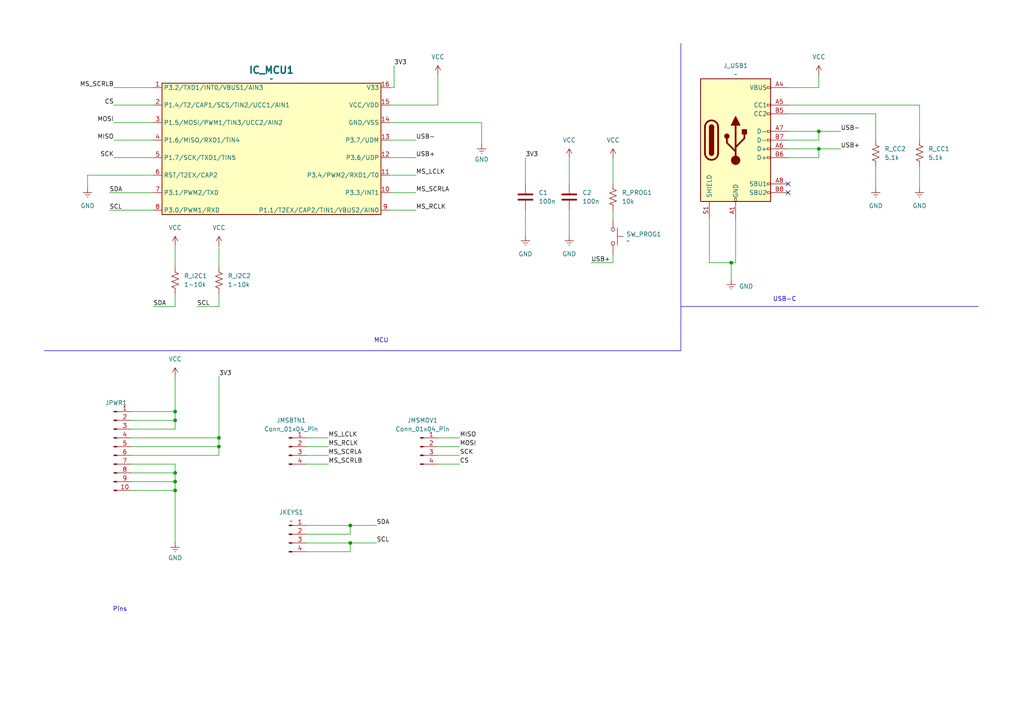
<source format=kicad_sch>
(kicad_sch (version 20231120) (generator "eeschema") (generator_version "8.0")
  (paper "A4")
  (title_block (title "Keyboard/Trackball Combo - Main Board") (date "2024-09-30") (rev "1") (company "Polymath Studio"))
  (lib_symbols
    (symbol "Connector:Conn_01x04_Pin" (pin_names (offset 1.016) hide)
      (property "Reference" "J" (at 0 5.08 0))
      (property "Value" "Conn_01x04_Pin" (at 0 -7.62 0))
      (symbol "Conn_01x04_Pin_1_1"
        (polyline (pts (xy 1.27 -5.08) (xy 0.8636 -5.08)) (stroke (width 0.1524)))
        (polyline (pts (xy 1.27 -2.54) (xy 0.8636 -2.54)) (stroke (width 0.1524)))
        (polyline (pts (xy 1.27 0) (xy 0.8636 0)) (stroke (width 0.1524)))
        (polyline (pts (xy 1.27 2.54) (xy 0.8636 2.54)) (stroke (width 0.1524)))
        (rectangle (start 0.8636 -4.953) (end 0 -5.207) (stroke (width 0.1524)) (fill (type outline)))
        (rectangle (start 0.8636 -2.413) (end 0 -2.667) (stroke (width 0.1524)) (fill (type outline)))
        (rectangle (start 0.8636 0.127) (end 0 -0.127) (stroke (width 0.1524)) (fill (type outline)))
        (rectangle (start 0.8636 2.667) (end 0 2.413) (stroke (width 0.1524)) (fill (type outline)))
        (pin passive line (at 5.08 2.54 180) (length 3.81) (name "Pin_1") (number "1"))
        (pin passive line (at 5.08 0 180) (length 3.81) (name "Pin_2") (number "2"))
        (pin passive line (at 5.08 -2.54 180) (length 3.81) (name "Pin_3") (number "3"))
        (pin passive line (at 5.08 -5.08 180) (length 3.81) (name "Pin_4") (number "4"))
      )
    )
    (symbol "Connector:Conn_01x10_Pin" (pin_names (offset 1.016) hide)
      (property "Reference" "J" (at 0 12.7 0))
      (property "Value" "Conn_01x10_Pin" (at 0 -15.24 0))
      (symbol "Conn_01x10_Pin_1_1"
        (polyline (pts (xy 1.27 -12.7) (xy 0.8636 -12.7)) (stroke (width 0.1524)))
        (polyline (pts (xy 1.27 -10.16) (xy 0.8636 -10.16)) (stroke (width 0.1524)))
        (polyline (pts (xy 1.27 -7.62) (xy 0.8636 -7.62)) (stroke (width 0.1524)))
        (polyline (pts (xy 1.27 -5.08) (xy 0.8636 -5.08)) (stroke (width 0.1524)))
        (polyline (pts (xy 1.27 -2.54) (xy 0.8636 -2.54)) (stroke (width 0.1524)))
        (polyline (pts (xy 1.27 0) (xy 0.8636 0)) (stroke (width 0.1524)))
        (polyline (pts (xy 1.27 2.54) (xy 0.8636 2.54)) (stroke (width 0.1524)))
        (polyline (pts (xy 1.27 5.08) (xy 0.8636 5.08)) (stroke (width 0.1524)))
        (polyline (pts (xy 1.27 7.62) (xy 0.8636 7.62)) (stroke (width 0.1524)))
        (polyline (pts (xy 1.27 10.16) (xy 0.8636 10.16)) (stroke (width 0.1524)))
        (rectangle (start 0.8636 -12.573) (end 0 -12.827) (stroke (width 0.1524)) (fill (type outline)))
        (rectangle (start 0.8636 -10.033) (end 0 -10.287) (stroke (width 0.1524)) (fill (type outline)))
        (rectangle (start 0.8636 -7.493) (end 0 -7.747) (stroke (width 0.1524)) (fill (type outline)))
        (rectangle (start 0.8636 -4.953) (end 0 -5.207) (stroke (width 0.1524)) (fill (type outline)))
        (rectangle (start 0.8636 -2.413) (end 0 -2.667) (stroke (width 0.1524)) (fill (type outline)))
        (rectangle (start 0.8636 0.127) (end 0 -0.127) (stroke (width 0.1524)) (fill (type outline)))
        (rectangle (start 0.8636 2.667) (end 0 2.413) (stroke (width 0.1524)) (fill (type outline)))
        (rectangle (start 0.8636 5.207) (end 0 4.953) (stroke (width 0.1524)) (fill (type outline)))
        (rectangle (start 0.8636 7.747) (end 0 7.493) (stroke (width 0.1524)) (fill (type outline)))
        (rectangle (start 0.8636 10.287) (end 0 10.033) (stroke (width 0.1524)) (fill (type outline)))
        (pin passive line (at 5.08 10.16 180) (length 3.81) (name "Pin_1") (number "1"))
        (pin passive line (at 5.08 -12.7 180) (length 3.81) (name "Pin_10") (number "10"))
        (pin passive line (at 5.08 7.62 180) (length 3.81) (name "Pin_2") (number "2"))
        (pin passive line (at 5.08 5.08 180) (length 3.81) (name "Pin_3") (number "3"))
        (pin passive line (at 5.08 2.54 180) (length 3.81) (name "Pin_4") (number "4"))
        (pin passive line (at 5.08 0 180) (length 3.81) (name "Pin_5") (number "5"))
        (pin passive line (at 5.08 -2.54 180) (length 3.81) (name "Pin_6") (number "6"))
        (pin passive line (at 5.08 -5.08 180) (length 3.81) (name "Pin_7") (number "7"))
        (pin passive line (at 5.08 -7.62 180) (length 3.81) (name "Pin_8") (number "8"))
        (pin passive line (at 5.08 -10.16 180) (length 3.81) (name "Pin_9") (number "9"))
      )
    )
    (symbol "Connector:USB_C_Receptacle_USB2.0_16P" (pin_names (offset 1.016))
      (property "Reference" "J" (at 0 22.225 0))
      (property "Value" "USB_C_Receptacle_USB2.0_16P" (at 0 19.685 0))
      (symbol "USB_C_Receptacle_USB2.0_16P_0_0"
        (rectangle (start -0.254 -17.78) (end 0.254 -16.764))
        (rectangle (start 10.16 -14.986) (end 9.144 -15.494))
        (rectangle (start 10.16 -12.446) (end 9.144 -12.954))
        (rectangle (start 10.16 -4.826) (end 9.144 -5.334))
        (rectangle (start 10.16 -2.286) (end 9.144 -2.794))
        (rectangle (start 10.16 0.254) (end 9.144 -0.254))
        (rectangle (start 10.16 2.794) (end 9.144 2.286))
        (rectangle (start 10.16 7.874) (end 9.144 7.366))
        (rectangle (start 10.16 10.414) (end 9.144 9.906))
        (rectangle (start 10.16 15.494) (end 9.144 14.986))
      )
      (symbol "USB_C_Receptacle_USB2.0_16P_0_1"
        (rectangle (start -10.16 17.78) (end 10.16 -17.78) (stroke (width 0.254)) (fill (type background)))
        (arc (start -8.89 -3.81) (mid -6.985 -5.7067) (end -5.08 -3.81) (stroke (width 0.508)))
        (arc (start -7.62 -3.81) (mid -6.985 -4.4423) (end -6.35 -3.81) (stroke (width 0.254)))
        (arc (start -7.62 -3.81) (mid -6.985 -4.4423) (end -6.35 -3.81) (stroke (width 0.254)) (fill (type outline)))
        (rectangle (start -7.62 -3.81) (end -6.35 3.81) (stroke (width 0.254)) (fill (type outline)))
        (arc (start -6.35 3.81) (mid -6.985 4.4423) (end -7.62 3.81) (stroke (width 0.254)))
        (arc (start -6.35 3.81) (mid -6.985 4.4423) (end -7.62 3.81) (stroke (width 0.254)) (fill (type outline)))
        (arc (start -5.08 3.81) (mid -6.985 5.7067) (end -8.89 3.81) (stroke (width 0.508)))
        (circle (center -2.54 1.143) (radius 0.635) (stroke (width 0.254)) (fill (type outline)))
        (circle (center 0 -5.842) (radius 1.27) (fill (type outline)))
        (polyline (pts (xy -8.89 -3.81) (xy -8.89 3.81)) (stroke (width 0.508)))
        (polyline (pts (xy -5.08 3.81) (xy -5.08 -3.81)) (stroke (width 0.508)))
        (polyline (pts (xy 0 -5.842) (xy 0 4.318)) (stroke (width 0.508)))
        (polyline (pts (xy 0 -3.302) (xy -2.54 -0.762) (xy -2.54 0.508)) (stroke (width 0.508)))
        (polyline (pts (xy 0 -2.032) (xy 2.54 0.508) (xy 2.54 1.778)) (stroke (width 0.508)))
        (polyline (pts (xy -1.27 4.318) (xy 0 6.858) (xy 1.27 4.318) (xy -1.27 4.318)) (stroke (width 0.254)) (fill (type outline)))
        (rectangle (start 1.905 1.778) (end 3.175 3.048) (stroke (width 0.254)) (fill (type outline)))
      )
      (symbol "USB_C_Receptacle_USB2.0_16P_1_1"
        (pin passive line (at 0 -22.86 90) (length 5.08) (name "GND") (number "A1"))
        (pin passive line (at 0 -22.86 90) (length 5.08) hide (name "GND") (number "A12"))
        (pin passive line (at 15.24 15.24 180) (length 5.08) (name "VBUS") (number "A4"))
        (pin bidirectional line (at 15.24 10.16 180) (length 5.08) (name "CC1") (number "A5"))
        (pin bidirectional line (at 15.24 -2.54 180) (length 5.08) (name "D+") (number "A6"))
        (pin bidirectional line (at 15.24 2.54 180) (length 5.08) (name "D-") (number "A7"))
        (pin bidirectional line (at 15.24 -12.7 180) (length 5.08) (name "SBU1") (number "A8"))
        (pin passive line (at 15.24 15.24 180) (length 5.08) hide (name "VBUS") (number "A9"))
        (pin passive line (at 0 -22.86 90) (length 5.08) hide (name "GND") (number "B1"))
        (pin passive line (at 0 -22.86 90) (length 5.08) hide (name "GND") (number "B12"))
        (pin passive line (at 15.24 15.24 180) (length 5.08) hide (name "VBUS") (number "B4"))
        (pin bidirectional line (at 15.24 7.62 180) (length 5.08) (name "CC2") (number "B5"))
        (pin bidirectional line (at 15.24 -5.08 180) (length 5.08) (name "D+") (number "B6"))
        (pin bidirectional line (at 15.24 0 180) (length 5.08) (name "D-") (number "B7"))
        (pin bidirectional line (at 15.24 -15.24 180) (length 5.08) (name "SBU2") (number "B8"))
        (pin passive line (at 15.24 15.24 180) (length 5.08) hide (name "VBUS") (number "B9"))
        (pin passive line (at -7.62 -22.86 90) (length 5.08) (name "SHIELD") (number "S1"))
      )
    )
    (symbol "Device:C" (pin_numbers hide) (pin_names (offset 0.254))
      (property "Reference" "C" (at 0.635 2.54 0))
      (property "Value" "C" (at 0.635 -2.54 0))
      (symbol "C_0_1"
        (polyline (pts (xy -2.032 -0.762) (xy 2.032 -0.762)) (stroke (width 0.508)))
        (polyline (pts (xy -2.032 0.762) (xy 2.032 0.762)) (stroke (width 0.508)))
      )
      (symbol "C_1_1"
        (pin passive line (at 0 3.81 270) (length 2.794) (name "~") (number "1"))
        (pin passive line (at 0 -3.81 90) (length 2.794) (name "~") (number "2"))
      )
    )
    (symbol "Device:R_US" (pin_numbers hide) (pin_names (offset 0))
      (property "Reference" "R" (at 2.54 0 90))
      (property "Value" "R_US" (at -2.54 0 90))
      (symbol "R_US_0_1"
        (polyline (pts (xy 0 -2.286) (xy 0 -2.54)))
        (polyline (pts (xy 0 2.286) (xy 0 2.54)))
        (polyline (pts (xy 0 -0.762) (xy 1.016 -1.143) (xy 0 -1.524) (xy -1.016 -1.905) (xy 0 -2.286)))
        (polyline (pts (xy 0 0.762) (xy 1.016 0.381) (xy 0 0) (xy -1.016 -0.381) (xy 0 -0.762)))
        (polyline (pts (xy 0 2.286) (xy 1.016 1.905) (xy 0 1.524) (xy -1.016 1.143) (xy 0 0.762)))
      )
      (symbol "R_US_1_1"
        (pin passive line (at 0 3.81 270) (length 1.27) (name "~") (number "1"))
        (pin passive line (at 0 -3.81 90) (length 1.27) (name "~") (number "2"))
      )
    )
    (symbol "Switch:SW_Push" (pin_numbers hide) (pin_names (offset 1.016) hide)
      (property "Reference" "SW" (at 1.27 2.54 0))
      (property "Value" "SW_Push" (at 0 -1.524 0))
      (symbol "SW_Push_0_1"
        (circle (center -2.032 0) (radius 0.508))
        (polyline (pts (xy 0 1.27) (xy 0 3.048)))
        (polyline (pts (xy 2.54 1.27) (xy -2.54 1.27)))
        (circle (center 2.032 0) (radius 0.508))
        (pin passive line (at -5.08 0 0) (length 2.54) (name "1") (number "1"))
        (pin passive line (at 5.08 0 180) (length 2.54) (name "2") (number "2"))
      )
    )
    (symbol "ch552g:CH552G"
      (property "Reference" "IC" (at 2.0066 -6.35 0))
      (property "Value" "CH552G" (at -3.81 13.97 0))
      (symbol "CH552G_0_1"
        (rectangle (start -31.75 12.7) (end 31.75 -25.4) (stroke (width 0.254)) (fill (type background)))
      )
      (symbol "CH552G_1_1"
        (pin bidirectional line (at -34.29 11.43 0) (length 2.54) (name "P3.2/TXD1/INT0/VBUS1/AIN3") (number "1"))
        (pin bidirectional line (at 34.29 -19.05 180) (length 2.54) (name "P3.3/INT1") (number "10"))
        (pin bidirectional line (at 34.29 -13.97 180) (length 2.54) (name "P3.4/PWM2/RXD1/T0") (number "11"))
        (pin bidirectional line (at 34.29 -8.89 180) (length 2.54) (name "P3.6/UDP") (number "12"))
        (pin bidirectional line (at 34.29 -3.81 180) (length 2.54) (name "P3.7/UDM") (number "13"))
        (pin power_in line (at 34.29 1.27 180) (length 2.54) (name "GND/VSS") (number "14"))
        (pin power_in line (at 34.29 6.35 180) (length 2.54) (name "VCC/VDD") (number "15"))
        (pin power_in line (at 34.29 11.43 180) (length 2.54) (name "V33") (number "16"))
        (pin bidirectional line (at -34.29 6.35 0) (length 2.54) (name "P1.4/T2/CAP1/SCS/TIN2/UCC1/AIN1") (number "2"))
        (pin bidirectional line (at -34.29 1.27 0) (length 2.54) (name "P1.5/MOSI/PWM1/TIN3/UCC2/AIN2") (number "3"))
        (pin bidirectional line (at -34.29 -3.81 0) (length 2.54) (name "P1.6/MISO/RXD1/TIN4") (number "4"))
        (pin bidirectional line (at -34.29 -8.89 0) (length 2.54) (name "P1.7/SCK/TXD1/TIN5") (number "5"))
        (pin bidirectional line (at -34.29 -13.97 0) (length 2.54) (name "RST/T2EX/CAP2") (number "6"))
        (pin bidirectional line (at -34.29 -19.05 0) (length 2.54) (name "P3.1/PWM2/TXD") (number "7"))
        (pin bidirectional line (at -34.29 -24.13 0) (length 2.54) (name "P3.0/PWM1/RXD") (number "8"))
        (pin bidirectional line (at 34.29 -24.13 180) (length 2.54) (name "P1.1/T2EX/CAP2/TIN1/VBUS2/AIN0") (number "9"))
      )
    )
    (symbol "power:Earth" (power) (pin_numbers hide) (pin_names (offset 0) hide)
      (property "Value" "Earth" (at 0 -3.81 0))
      (symbol "Earth_0_1"
        (polyline (pts (xy -0.635 -1.905) (xy 0.635 -1.905)))
        (polyline (pts (xy -0.127 -2.54) (xy 0.127 -2.54)))
        (polyline (pts (xy 0 -1.27) (xy 0 0)))
        (polyline (pts (xy 1.27 -1.27) (xy -1.27 -1.27)))
      )
      (symbol "Earth_1_1"
        (pin power_in line (at 0 0 270) (length 0) (name "~") (number "1"))
      )
    )
    (symbol "power:VCC" (power) (pin_numbers hide) (pin_names (offset 0) hide)
      (property "Value" "VCC" (at 0 3.556 0))
      (symbol "VCC_0_1"
        (polyline (pts (xy -0.762 1.27) (xy 0 2.54)))
        (polyline (pts (xy 0 0) (xy 0 2.54)))
        (polyline (pts (xy 0 2.54) (xy 0.762 1.27)))
      )
      (symbol "VCC_1_1"
        (pin power_in line (at 0 0 90) (length 0) (name "~") (number "1"))
      )
    )
  )
  (junction (at 50.8 119.38))
  (junction (at 237.49 38.1))
  (junction (at 50.8 139.7))
  (junction (at 237.49 43.18))
  (junction (at 50.8 137.16))
  (junction (at 212.09 76.2))
  (junction (at 101.6 157.48))
  (junction (at 63.5 127))
  (junction (at 101.6 152.4))
  (junction (at 50.8 142.24))
  (junction (at 50.8 121.92))
  (junction (at 63.5 129.54))
  (no_connect (at 228.6 55.88))
  (no_connect (at 228.6 53.34))
  (wire (pts (xy 38.1 137.16) (xy 50.8 137.16)))
  (wire (pts (xy 88.9 134.62) (xy 95.25 134.62)))
  (wire (pts (xy 63.5 71.12) (xy 63.5 77.47)))
  (wire (pts (xy 88.9 154.94) (xy 101.6 154.94)))
  (wire (pts (xy 266.7 30.48) (xy 266.7 40.64)))
  (wire (pts (xy 88.9 127) (xy 95.25 127)))
  (wire (pts (xy 113.03 40.64) (xy 120.65 40.64)))
  (wire (pts (xy 33.02 45.72) (xy 44.45 45.72)))
  (wire (pts (xy 50.8 137.16) (xy 50.8 139.7)))
  (wire (pts (xy 212.09 76.2) (xy 212.09 81.28)))
  (wire (pts (xy 228.6 30.48) (xy 266.7 30.48)))
  (wire (pts (xy 50.8 134.62) (xy 50.8 137.16)))
  (wire (pts (xy 114.3 19.05) (xy 114.3 25.4)))
  (polyline (pts (xy 12.827 101.727) (xy 197.485 101.727)))
  (wire (pts (xy 177.8 76.2) (xy 171.45 76.2)))
  (wire (pts (xy 33.02 40.64) (xy 44.45 40.64)))
  (wire (pts (xy 177.8 45.72) (xy 177.8 53.34)))
  (wire (pts (xy 38.1 132.08) (xy 63.5 132.08)))
  (polyline (pts (xy 197.485 88.9) (xy 283.845 88.9)))
  (wire (pts (xy 237.49 40.64) (xy 237.49 38.1)))
  (wire (pts (xy 63.5 127) (xy 63.5 129.54)))
  (wire (pts (xy 25.4 50.8) (xy 44.45 50.8)))
  (wire (pts (xy 38.1 142.24) (xy 50.8 142.24)))
  (wire (pts (xy 228.6 40.64) (xy 237.49 40.64)))
  (wire (pts (xy 38.1 127) (xy 63.5 127)))
  (wire (pts (xy 113.03 45.72) (xy 120.65 45.72)))
  (wire (pts (xy 50.8 88.9) (xy 50.8 85.09)))
  (wire (pts (xy 228.6 25.4) (xy 237.49 25.4)))
  (wire (pts (xy 127 30.48) (xy 127 21.59)))
  (wire (pts (xy 101.6 154.94) (xy 101.6 152.4)))
  (wire (pts (xy 113.03 30.48) (xy 127 30.48)))
  (wire (pts (xy 31.75 60.96) (xy 44.45 60.96)))
  (wire (pts (xy 127 132.08) (xy 133.35 132.08)))
  (wire (pts (xy 50.8 124.46) (xy 50.8 121.92)))
  (wire (pts (xy 254 54.61) (xy 254 48.26)))
  (wire (pts (xy 88.9 157.48) (xy 101.6 157.48)))
  (wire (pts (xy 114.3 25.4) (xy 113.03 25.4)))
  (wire (pts (xy 88.9 160.02) (xy 101.6 160.02)))
  (wire (pts (xy 139.7 35.56) (xy 139.7 41.91)))
  (wire (pts (xy 237.49 21.59) (xy 237.49 25.4)))
  (wire (pts (xy 50.8 139.7) (xy 50.8 142.24)))
  (wire (pts (xy 38.1 121.92) (xy 50.8 121.92)))
  (wire (pts (xy 228.6 33.02) (xy 254 33.02)))
  (wire (pts (xy 212.09 76.2) (xy 213.36 76.2)))
  (wire (pts (xy 88.9 132.08) (xy 95.25 132.08)))
  (wire (pts (xy 101.6 152.4) (xy 109.22 152.4)))
  (wire (pts (xy 38.1 124.46) (xy 50.8 124.46)))
  (wire (pts (xy 152.4 45.72) (xy 152.4 53.34)))
  (wire (pts (xy 38.1 129.54) (xy 63.5 129.54)))
  (wire (pts (xy 113.03 35.56) (xy 139.7 35.56)))
  (wire (pts (xy 113.03 60.96) (xy 120.65 60.96)))
  (wire (pts (xy 50.8 119.38) (xy 50.8 109.22)))
  (wire (pts (xy 63.5 109.22) (xy 63.5 127)))
  (wire (pts (xy 237.49 45.72) (xy 237.49 43.18)))
  (wire (pts (xy 88.9 129.54) (xy 95.25 129.54)))
  (wire (pts (xy 152.4 68.58) (xy 152.4 60.96)))
  (wire (pts (xy 38.1 139.7) (xy 50.8 139.7)))
  (wire (pts (xy 237.49 38.1) (xy 243.84 38.1)))
  (wire (pts (xy 205.74 76.2) (xy 212.09 76.2)))
  (wire (pts (xy 113.03 50.8) (xy 120.65 50.8)))
  (wire (pts (xy 38.1 119.38) (xy 50.8 119.38)))
  (wire (pts (xy 113.03 55.88) (xy 120.65 55.88)))
  (wire (pts (xy 127 134.62) (xy 133.35 134.62)))
  (wire (pts (xy 50.8 142.24) (xy 50.8 157.48)))
  (wire (pts (xy 33.02 25.4) (xy 44.45 25.4)))
  (wire (pts (xy 228.6 43.18) (xy 237.49 43.18)))
  (wire (pts (xy 88.9 152.4) (xy 101.6 152.4)))
  (wire (pts (xy 165.1 60.96) (xy 165.1 68.58)))
  (wire (pts (xy 165.1 45.72) (xy 165.1 53.34)))
  (wire (pts (xy 44.45 88.9) (xy 50.8 88.9)))
  (wire (pts (xy 57.15 88.9) (xy 63.5 88.9)))
  (wire (pts (xy 33.02 35.56) (xy 44.45 35.56)))
  (wire (pts (xy 63.5 85.09) (xy 63.5 88.9)))
  (wire (pts (xy 177.8 60.96) (xy 177.8 63.5)))
  (wire (pts (xy 101.6 157.48) (xy 109.22 157.48)))
  (wire (pts (xy 205.74 63.5) (xy 205.74 76.2)))
  (wire (pts (xy 63.5 132.08) (xy 63.5 129.54)))
  (wire (pts (xy 127 129.54) (xy 133.35 129.54)))
  (wire (pts (xy 50.8 71.12) (xy 50.8 77.47)))
  (wire (pts (xy 33.02 30.48) (xy 44.45 30.48)))
  (wire (pts (xy 213.36 63.5) (xy 213.36 76.2)))
  (wire (pts (xy 31.75 55.88) (xy 44.45 55.88)))
  (wire (pts (xy 177.8 73.66) (xy 177.8 76.2)))
  (wire (pts (xy 237.49 43.18) (xy 243.84 43.18)))
  (wire (pts (xy 228.6 38.1) (xy 237.49 38.1)))
  (wire (pts (xy 254 33.02) (xy 254 40.64)))
  (wire (pts (xy 38.1 134.62) (xy 50.8 134.62)))
  (polyline (pts (xy 197.485 12.573) (xy 197.485 101.727)))
  (wire (pts (xy 266.7 48.26) (xy 266.7 54.61)))
  (wire (pts (xy 127 127) (xy 133.35 127)))
  (wire (pts (xy 50.8 121.92) (xy 50.8 119.38)))
  (wire (pts (xy 101.6 160.02) (xy 101.6 157.48)))
  (wire (pts (xy 228.6 45.72) (xy 237.49 45.72)))
  (wire (pts (xy 25.4 50.8) (xy 25.4 54.61)))
  (text "USB-C" (at 227.584 86.868 0) (effects (font (size 1.27 1.27))))
  (text "Pins" (at 34.798 176.784 0) (effects (font (size 1.27 1.27))))
  (text "MCU" (at 108.458 99.568 0) (effects (font (size 1.27 1.27)) (justify left bottom)))
  (label "MS_SCRLA" (at 95.25 132.08 0))
  (label "SDA" (at 109.22 152.4 0))
  (label "SCL" (at 31.75 60.96 0))
  (label "SCL" (at 57.15 88.9 0))
  (label "3V3" (at 63.5 109.22 0))
  (label "MS_SCRLB" (at 95.25 134.62 0))
  (label "SCK" (at 133.35 132.08 0))
  (label "USB+" (at 171.45 76.2 0))
  (label "CS" (at 133.35 134.62 0))
  (label "MOSI" (at 33.02 35.56 180))
  (label "USB-" (at 120.65 40.64 0))
  (label "MS_SCRLB" (at 33.02 25.4 180))
  (label "USB+" (at 243.84 43.18 0))
  (label "MS_RCLK" (at 120.65 60.96 0))
  (label "SDA" (at 44.45 88.9 0))
  (label "USB-" (at 243.84 38.1 0))
  (label "MISO" (at 33.02 40.64 180))
  (label "MS_LCLK" (at 120.65 50.8 0))
  (label "3V3" (at 152.4 45.72 0))
  (label "3V3" (at 114.3 19.05 0))
  (label "SCL" (at 109.22 157.48 0))
  (label "USB+" (at 120.65 45.72 0))
  (label "MS_LCLK" (at 95.25 127 0))
  (label "SCK" (at 33.02 45.72 180))
  (label "MS_SCRLA" (at 120.65 55.88 0))
  (label "MS_RCLK" (at 95.25 129.54 0))
  (label "MISO" (at 133.35 127 0))
  (label "SDA" (at 31.75 55.88 0))
  (label "CS" (at 33.02 30.48 180))
  (label "MOSI" (at 133.35 129.54 0))
  (symbol (lib_id "power:Earth") (at 25.4 54.61 0) (unit 1)
    (property "Reference" "#PWR03" (effects (hide yes)))
    (property "Value" "GND" (at 25.4 59.69 0))
    (property "Description" "Power symbol creates a global label with name \"Earth\"" (effects (hide yes)))
  )
  (symbol (lib_id "Switch:SW_Push") (at 177.8 68.58 270) (unit 1)
    (property "Reference" "SW_PROG1" (at 181.61 67.9449 90) (effects (justify left)))
    (property "Value" "~" (at 181.61 69.85 90) (effects (justify left)))
    (property "Footprint" "Button_Switch_SMD:SW_Push_1P1T_NO_6x6mm_H9.5mm" (effects (hide yes)))
    (property "Description" "Push button switch, generic, two pins" (effects (hide yes)))
  )
  (symbol (lib_id "power:Earth") (at 152.4 68.58 0) (unit 1)
    (property "Reference" "#PWR01" (effects (hide yes)))
    (property "Value" "GND" (at 152.4 73.66 0))
    (property "Description" "Power symbol creates a global label with name \"Earth\"" (effects (hide yes)))
  )
  (symbol (lib_id "power:Earth") (at 266.7 54.61 0) (unit 1)
    (property "Reference" "#PWR035" (effects (hide yes)))
    (property "Value" "GND" (at 266.7 59.69 0))
    (property "Description" "Power symbol creates a global label with name \"Earth\"" (effects (hide yes)))
  )
  (symbol (lib_id "power:Earth") (at 165.1 68.58 0) (unit 1)
    (property "Reference" "#PWR02" (effects (hide yes)))
    (property "Value" "GND" (at 165.1 73.66 0))
    (property "Description" "Power symbol creates a global label with name \"Earth\"" (effects (hide yes)))
  )
  (symbol (lib_id "Device:R_US") (at 177.8 57.15 0) (unit 1)
    (property "Reference" "R_PROG1" (at 180.34 55.8799 0) (effects (justify left)))
    (property "Value" "10k" (at 180.34 58.4199 0) (effects (justify left)))
    (property "Footprint" "Resistor_SMD:R_0603_1608Metric" (effects (hide yes)))
    (property "Description" "Resistor, US symbol" (effects (hide yes)))
  )
  (symbol (lib_id "power:VCC") (at 165.1 45.72 0) (unit 1)
    (property "Reference" "#PWR06" (effects (hide yes)))
    (property "Value" "VCC" (at 165.1 40.64 0))
    (property "Description" "Power symbol creates a global label with name \"VCC\"" (effects (hide yes)))
  )
  (symbol (lib_id "Connector:USB_C_Receptacle_USB2.0_16P") (at 213.36 40.64 0) (unit 1)
    (property "Reference" "J_USB1" (at 213.36 19.05 0))
    (property "Value" "~" (at 213.36 21.59 0))
    (property "Footprint" "Connector_USB:USB_C_Receptacle_HCTL_HC-TYPE-C-16P-01A" (effects (hide yes)))
    (property "Datasheet" "https://www.usb.org/sites/default/files/documents/usb_type-c.zip" (effects (hide yes)))
    (property "Description" "USB 2.0-only 16P Type-C Receptacle connector" (effects (hide yes)))
  )
  (symbol (lib_id "power:VCC") (at 50.8 109.22 0) (unit 1)
    (property "Reference" "#PWR011" (effects (hide yes)))
    (property "Value" "VCC" (at 50.8 104.14 0))
    (property "Description" "Power symbol creates a global label with name \"VCC\"" (effects (hide yes)))
  )
  (symbol (lib_id "power:VCC") (at 63.5 71.12 0) (unit 1)
    (property "Reference" "#PWR010" (effects (hide yes)))
    (property "Value" "VCC" (at 63.5 66.04 0))
    (property "Description" "Power symbol creates a global label with name \"VCC\"" (effects (hide yes)))
  )
  (symbol (lib_id "Device:R_US") (at 63.5 81.28 0) (unit 1)
    (property "Reference" "R_I2C2" (at 66.04 80.0099 0) (effects (justify left)))
    (property "Value" "1-10k" (at 66.04 82.5499 0) (effects (justify left)))
    (property "Footprint" "Resistor_SMD:R_0603_1608Metric" (effects (hide yes)))
    (property "Description" "Resistor, US symbol" (effects (hide yes)))
  )
  (symbol (lib_id "ch552g:CH552G") (at 78.74 36.83 0) (unit 1)
    (property "Reference" "IC_MCU1" (at 78.74 20.32 0) (effects (font (size 2.0066 2.0066) (bold yes))))
    (property "Value" "~" (at 78.74 22.86 0) (effects (font (bold yes))))
    (property "Footprint" "ch552g:SOIC-16_3.9x9.9mm_Pitch1.27mm" (effects (hide yes)))
    (property "Datasheet" "https://datasheet.lcsc.com/szlcsc/1812131556_Jiangsu-Qin-Heng-CH552G_C111292.pdf" (effects (hide yes)))
  )
  (symbol (lib_id "Connector:Conn_01x10_Pin") (at 33.02 129.54 0) (unit 1)
    (property "Reference" "JPWR1" (at 33.655 116.84 0))
    (property "Value" "~" (at 33.655 119.38 0))
    (property "Footprint" "Connector_PinHeader_2.54mm:PinHeader_1x10_P2.54mm_Vertical" (effects (hide yes)))
    (property "Description" "Generic connector, single row, 01x10, script generated" (effects (hide yes)))
  )
  (symbol (lib_id "Connector:Conn_01x04_Pin") (at 83.82 154.94 0) (unit 1)
    (property "Reference" "JKEYS1" (at 84.455 148.59 0))
    (property "Value" "~" (at 84.455 151.13 0))
    (property "Footprint" "Connector_PinHeader_2.54mm:PinHeader_1x04_P2.54mm_Vertical" (effects (hide yes)))
    (property "Description" "Generic connector, single row, 01x04, script generated" (effects (hide yes)))
  )
  (symbol (lib_id "power:Earth") (at 212.09 81.28 0) (unit 1)
    (property "Reference" "#PWR034" (effects (hide yes)))
    (property "Value" "GND" (at 216.408 83.058 0))
    (property "Description" "Power symbol creates a global label with name \"Earth\"" (effects (hide yes)))
  )
  (symbol (lib_id "Device:C") (at 165.1 57.15 0) (unit 1)
    (property "Reference" "C2" (at 168.91 55.8799 0) (effects (justify left)))
    (property "Value" "100n" (at 168.91 58.4199 0) (effects (justify left)))
    (property "Footprint" "Capacitor_SMD:C_0603_1608Metric" (effects (hide yes)))
  )
  (symbol (lib_id "power:Earth") (at 50.8 157.48 0) (unit 1)
    (property "Reference" "#PWR0101" (effects (hide yes)))
    (property "Value" "GND" (at 50.8 161.798 0))
    (property "Description" "Power symbol creates a global label with name \"Earth\"" (effects (hide yes)))
  )
  (symbol (lib_id "power:VCC") (at 127 21.59 0) (unit 1)
    (property "Reference" "#PWR04" (effects (hide yes)))
    (property "Value" "VCC" (at 127 16.51 0))
    (property "Description" "Power symbol creates a global label with name \"VCC\"" (effects (hide yes)))
  )
  (symbol (lib_id "Device:R_US") (at 266.7 44.45 0) (unit 1)
    (property "Reference" "R_CC1" (at 269.24 43.1799 0) (effects (justify left)))
    (property "Value" "5.1k" (at 269.24 45.7199 0) (effects (justify left)))
    (property "Footprint" "Resistor_SMD:R_0603_1608Metric" (effects (hide yes)))
  )
  (symbol (lib_id "Device:R_US") (at 50.8 81.28 0) (unit 1)
    (property "Reference" "R_I2C1" (at 53.34 80.0099 0) (effects (justify left)))
    (property "Value" "1-10k" (at 53.34 82.5499 0) (effects (justify left)))
    (property "Footprint" "Resistor_SMD:R_0603_1608Metric" (effects (hide yes)))
    (property "Description" "Resistor, US symbol" (effects (hide yes)))
  )
  (symbol (lib_id "power:Earth") (at 139.7 41.91 0) (unit 1)
    (property "Reference" "#PWR05" (effects (hide yes)))
    (property "Value" "GND" (at 139.7 46.228 0))
    (property "Description" "Power symbol creates a global label with name \"Earth\"" (effects (hide yes)))
  )
  (symbol (lib_id "Device:R_US") (at 254 44.45 0) (unit 1)
    (property "Reference" "R_CC2" (at 256.54 43.1799 0) (effects (justify left)))
    (property "Value" "5.1k" (at 256.54 45.7199 0) (effects (justify left)))
    (property "Footprint" "Resistor_SMD:R_0603_1608Metric" (effects (hide yes)))
  )
  (symbol (lib_id "Connector:Conn_01x04_Pin") (at 83.82 129.54 0) (unit 1)
    (property "Reference" "JMSBTN1" (at 84.455 121.92 0))
    (property "Value" "Conn_01x04_Pin" (at 84.455 124.46 0))
    (property "Footprint" "Connector_PinHeader_2.54mm:PinHeader_1x04_P2.54mm_Vertical" (effects (hide yes)))
    (property "Description" "Generic connector, single row, 01x04, script generated" (effects (hide yes)))
  )
  (symbol (lib_id "power:VCC") (at 177.8 45.72 0) (unit 1)
    (property "Reference" "#PWR08" (effects (hide yes)))
    (property "Value" "VCC" (at 177.8 40.64 0))
    (property "Description" "Power symbol creates a global label with name \"VCC\"" (effects (hide yes)))
  )
  (symbol (lib_id "power:VCC") (at 50.8 71.12 0) (unit 1)
    (property "Reference" "#PWR09" (effects (hide yes)))
    (property "Value" "VCC" (at 50.8 66.04 0))
    (property "Description" "Power symbol creates a global label with name \"VCC\"" (effects (hide yes)))
  )
  (symbol (lib_id "power:VCC") (at 237.49 21.59 0) (unit 1)
    (property "Reference" "#PWR07" (effects (hide yes)))
    (property "Value" "VCC" (at 237.49 16.51 0))
    (property "Description" "Power symbol creates a global label with name \"VCC\"" (effects (hide yes)))
  )
  (symbol (lib_id "Device:C") (at 152.4 57.15 0) (unit 1)
    (property "Reference" "C1" (at 156.21 55.8799 0) (effects (justify left)))
    (property "Value" "100n" (at 156.21 58.4199 0) (effects (justify left)))
    (property "Footprint" "Capacitor_SMD:C_0603_1608Metric" (effects (hide yes)))
  )
  (symbol (lib_id "Connector:Conn_01x04_Pin") (at 121.92 129.54 0) (unit 1)
    (property "Reference" "JMSMOV1" (at 122.555 121.92 0))
    (property "Value" "Conn_01x04_Pin" (at 122.555 124.46 0))
    (property "Footprint" "Connector_PinHeader_2.54mm:PinHeader_1x04_P2.54mm_Vertical" (effects (hide yes)))
    (property "Description" "Generic connector, single row, 01x04, script generated" (effects (hide yes)))
  )
  (symbol (lib_id "power:Earth") (at 254 54.61 0) (unit 1)
    (property "Reference" "#PWR033" (effects (hide yes)))
    (property "Value" "GND" (at 254 59.69 0))
    (property "Description" "Power symbol creates a global label with name \"Earth\"" (effects (hide yes)))
  )
)
</source>
